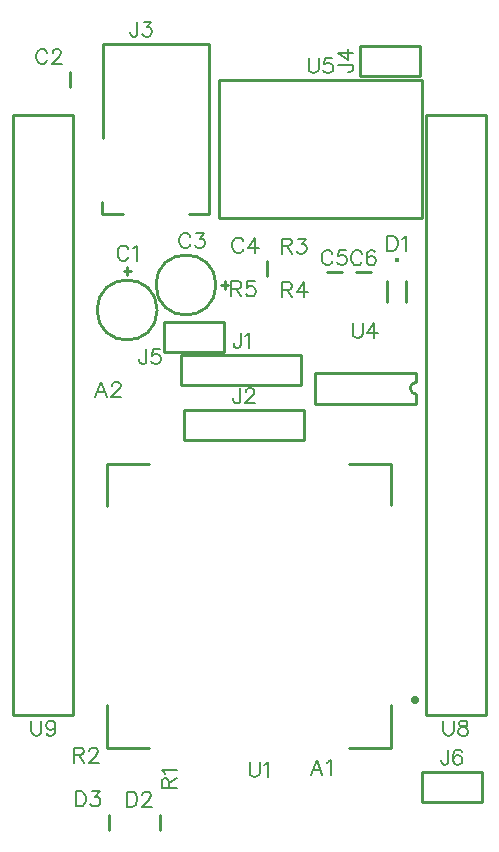
<source format=gbr>
G04 DipTrace 3.0.0.1*
G04 TopSilk.gbr*
%MOIN*%
G04 #@! TF.FileFunction,Legend,Top*
G04 #@! TF.Part,Single*
%ADD10C,0.009843*%
%ADD35C,0.015749*%
%ADD45O,0.027954X0.029027*%
%ADD108C,0.00772*%
%FSLAX26Y26*%
G04*
G70*
G90*
G75*
G01*
G04 TopSilk*
%LPD*%
X774794Y2277125D2*
D10*
X798434D1*
X786614Y2288944D2*
Y2265331D1*
X686614Y2147215D2*
G02X686614Y2147215I100000J0D01*
G01*
X597659Y2940138D2*
Y2888996D1*
X1112558Y2242529D2*
Y2218889D1*
X1124377Y2230709D2*
X1100764D1*
X882683D2*
G02X882683Y2230709I99965J0D01*
G01*
X1252383Y2311004D2*
Y2259862D1*
X1451988Y2274037D2*
X1503130D1*
X1549232Y2273249D2*
X1600374D1*
X1716538Y2244496D2*
Y2173617D1*
X1653543Y2244496D2*
Y2173617D1*
D35*
X1685041Y2313387D3*
X896081Y464272D2*
D10*
Y413130D1*
X725215Y465453D2*
Y414311D1*
X967323Y1997638D2*
Y1897638D1*
X1367323Y1997638D2*
X967323D1*
X1367323Y1897638D2*
X967323D1*
X1367323Y1997638D2*
Y1897638D1*
X976378Y1812992D2*
Y1712992D1*
X1376378Y1812992D2*
X976378D1*
X1376378Y1712992D2*
X976378D1*
X1376378Y1812992D2*
Y1712992D1*
X1059055Y3035433D2*
X704691D1*
Y2720490D1*
X702753Y2507849D2*
X702798Y2468497D1*
X771633D1*
X992113D2*
X1059055D1*
Y3035433D1*
X1763701Y2928701D2*
Y3028701D1*
X1563701Y2928701D2*
X1763701D1*
X1563701D2*
Y3028701D1*
X1763701D1*
X1108701Y2008701D2*
Y2108701D1*
X908701Y2008701D2*
X1108701D1*
X908701D2*
Y2108701D1*
X1108701D1*
X1968701Y508701D2*
Y608701D1*
X1768701Y508701D2*
X1968701D1*
X1768701D2*
Y608701D1*
X1968701D1*
X1666699Y829817D2*
Y688816D1*
X1525650D1*
D45*
X1744692Y847354D3*
X860628Y688816D2*
D10*
X720646D1*
Y829817D1*
Y828809D1*
X1666699Y1495820D2*
Y1634806D1*
X1525650D1*
X859668D2*
X720646D1*
Y1493805D1*
X1750005Y1937409D2*
X1411412D1*
X1750005Y1835032D2*
X1411412D1*
Y1937409D2*
Y1835032D1*
X1750005Y1937409D2*
Y1905915D1*
Y1866526D2*
Y1835032D1*
Y1905915D2*
G03X1750005Y1866526I-12J-19694D01*
G01*
X1770866Y2914173D2*
X1094094D1*
Y2452362D1*
X1770866D1*
Y2914173D1*
X1782283Y795669D2*
X1982283D1*
X1782283Y2795669D2*
X1982283D1*
Y795669D1*
X1782283Y2795669D2*
Y795669D1*
X407480D2*
X607480D1*
X407480Y2795669D2*
X607480D1*
Y795669D1*
X407480Y2795669D2*
Y795669D1*
X1437324Y597747D2*
D108*
X1418146Y647987D1*
X1399023Y597747D1*
X1406208Y614494D2*
X1430139D1*
X1452764Y638370D2*
X1457572Y640802D1*
X1464757Y647932D1*
Y597747D1*
X718307Y1857235D2*
X699128Y1907475D1*
X680005Y1857235D1*
X687190Y1873982D2*
X711122D1*
X736178Y1895482D2*
Y1897858D1*
X738554Y1902667D1*
X740931Y1905043D1*
X745739Y1907420D1*
X755301D1*
X760054Y1905043D1*
X762431Y1902667D1*
X764863Y1897858D1*
Y1893105D1*
X762431Y1888297D1*
X757678Y1881167D1*
X733746Y1857235D1*
X767239D1*
X790833Y2350229D2*
X788456Y2354982D1*
X783648Y2359791D1*
X778895Y2362167D1*
X769333D1*
X764524Y2359791D1*
X759771Y2354982D1*
X757339Y2350229D1*
X754963Y2343044D1*
Y2331051D1*
X757339Y2323921D1*
X759771Y2319112D1*
X764524Y2314359D1*
X769333Y2311927D1*
X778895D1*
X783648Y2314359D1*
X788456Y2319112D1*
X790833Y2323921D1*
X806272Y2352550D2*
X811080Y2354982D1*
X818266Y2362112D1*
Y2311927D1*
X520251Y3005379D2*
X517874Y3010133D1*
X513066Y3014941D1*
X508313Y3017318D1*
X498751D1*
X493943Y3014941D1*
X489189Y3010133D1*
X486757Y3005379D1*
X484381Y2998194D1*
Y2986201D1*
X486757Y2979071D1*
X489189Y2974263D1*
X493943Y2969509D1*
X498751Y2967078D1*
X508313D1*
X513066Y2969509D1*
X517874Y2974263D1*
X520251Y2979071D1*
X538122Y3005324D2*
Y3007701D1*
X540499Y3012509D1*
X542875Y3014886D1*
X547684Y3017262D1*
X557245D1*
X561998Y3014886D1*
X564375Y3012509D1*
X566807Y3007701D1*
Y3002947D1*
X564375Y2998139D1*
X559622Y2991009D1*
X535690Y2967078D1*
X569183D1*
X996999Y2391994D2*
X994622Y2396747D1*
X989814Y2401555D1*
X985061Y2403932D1*
X975499D1*
X970691Y2401555D1*
X965937Y2396747D1*
X963506Y2391994D1*
X961129Y2384808D1*
Y2372815D1*
X963506Y2365685D1*
X965937Y2360877D1*
X970691Y2356124D1*
X975499Y2353692D1*
X985061D1*
X989814Y2356124D1*
X994622Y2360877D1*
X996999Y2365685D1*
X1017247Y2403876D2*
X1043500D1*
X1029185Y2384753D1*
X1036370D1*
X1041123Y2382377D1*
X1043500Y2380000D1*
X1045931Y2372815D1*
Y2368062D1*
X1043500Y2360877D1*
X1038746Y2356068D1*
X1031561Y2353692D1*
X1024376D1*
X1017247Y2356068D1*
X1014870Y2358500D1*
X1012438Y2363253D1*
X1173787Y2376245D2*
X1171410Y2380999D1*
X1166602Y2385807D1*
X1161849Y2388184D1*
X1152287D1*
X1147479Y2385807D1*
X1142725Y2380999D1*
X1140294Y2376245D1*
X1137917Y2369060D1*
Y2357067D1*
X1140294Y2349937D1*
X1142725Y2345129D1*
X1147479Y2340376D1*
X1152287Y2337944D1*
X1161849D1*
X1166602Y2340376D1*
X1171410Y2345129D1*
X1173787Y2349937D1*
X1213158Y2337944D2*
Y2388128D1*
X1189226Y2354690D1*
X1225096D1*
X1471028Y2335322D2*
X1468651Y2340075D1*
X1463843Y2344883D1*
X1459090Y2347260D1*
X1449528D1*
X1444719Y2344883D1*
X1439966Y2340075D1*
X1437534Y2335322D1*
X1435158Y2328137D1*
Y2316143D1*
X1437534Y2309013D1*
X1439966Y2304205D1*
X1444719Y2299452D1*
X1449528Y2297020D1*
X1459090D1*
X1463843Y2299452D1*
X1468651Y2304205D1*
X1471028Y2309013D1*
X1515152Y2347205D2*
X1491275D1*
X1488899Y2325705D1*
X1491275Y2328081D1*
X1498460Y2330513D1*
X1505590D1*
X1512775Y2328081D1*
X1517584Y2323328D1*
X1519960Y2316143D1*
Y2311390D1*
X1517584Y2304205D1*
X1512775Y2299396D1*
X1505590Y2297020D1*
X1498460D1*
X1491275Y2299396D1*
X1488899Y2301828D1*
X1486467Y2306581D1*
X1569488Y2334534D2*
X1567111Y2339287D1*
X1562303Y2344096D1*
X1557550Y2346472D1*
X1547988D1*
X1543179Y2344096D1*
X1538426Y2339287D1*
X1535994Y2334534D1*
X1533618Y2327349D1*
Y2315356D1*
X1535994Y2308226D1*
X1538426Y2303417D1*
X1543179Y2298664D1*
X1547988Y2296232D1*
X1557550D1*
X1562303Y2298664D1*
X1567111Y2303417D1*
X1569488Y2308226D1*
X1613612Y2339287D2*
X1611235Y2344041D1*
X1604050Y2346417D1*
X1599297D1*
X1592112Y2344041D1*
X1587304Y2336856D1*
X1584927Y2324917D1*
Y2312979D1*
X1587304Y2303417D1*
X1592112Y2298609D1*
X1599297Y2296232D1*
X1601674D1*
X1608803Y2298609D1*
X1613612Y2303417D1*
X1615988Y2310602D1*
Y2312979D1*
X1613612Y2320164D1*
X1608803Y2324917D1*
X1601674Y2327294D1*
X1599297D1*
X1592112Y2324917D1*
X1587304Y2320164D1*
X1584927Y2312979D1*
X1654578Y2394483D2*
Y2344243D1*
X1671324D1*
X1678509Y2346675D1*
X1683318Y2351428D1*
X1685694Y2356236D1*
X1688071Y2363366D1*
Y2375360D1*
X1685694Y2382545D1*
X1683318Y2387298D1*
X1678509Y2392106D1*
X1671324Y2394483D1*
X1654578D1*
X1703510Y2384866D2*
X1708319Y2387298D1*
X1715504Y2394428D1*
Y2344243D1*
X785981Y541451D2*
Y491211D1*
X802728D1*
X809913Y493643D1*
X814721Y498396D1*
X817098Y503205D1*
X819475Y510335D1*
Y522328D1*
X817098Y529513D1*
X814721Y534266D1*
X809913Y539075D1*
X802728Y541451D1*
X785981D1*
X837346Y529458D2*
Y531835D1*
X839722Y536643D1*
X842099Y539020D1*
X846907Y541396D1*
X856469D1*
X861222Y539020D1*
X863599Y536643D1*
X866031Y531835D1*
Y527081D1*
X863599Y522273D1*
X858846Y515143D1*
X834914Y491211D1*
X868407D1*
X615115Y542633D2*
Y492393D1*
X631862D1*
X639047Y494824D1*
X643855Y499578D1*
X646232Y504386D1*
X648608Y511516D1*
Y523509D1*
X646232Y530694D1*
X643855Y535447D1*
X639047Y540256D1*
X631862Y542633D1*
X615115D1*
X668856Y542577D2*
X695109D1*
X680794Y523454D1*
X687979D1*
X692733Y521077D1*
X695109Y518701D1*
X697541Y511516D1*
Y506763D1*
X695109Y499578D1*
X690356Y494769D1*
X683171Y492393D1*
X675986D1*
X668856Y494769D1*
X666480Y497201D1*
X664048Y501954D1*
X1165572Y2070861D2*
Y2032614D1*
X1163196Y2025429D1*
X1160764Y2023053D1*
X1156011Y2020621D1*
X1151202D1*
X1146449Y2023053D1*
X1144072Y2025429D1*
X1141641Y2032614D1*
Y2037368D1*
X1181012Y2061244D2*
X1185820Y2063676D1*
X1193005Y2070806D1*
Y2020621D1*
X1163878Y1886215D2*
Y1847969D1*
X1161501Y1840784D1*
X1159069Y1838407D1*
X1154316Y1835975D1*
X1149507D1*
X1144754Y1838407D1*
X1142378Y1840784D1*
X1139946Y1847969D1*
Y1852722D1*
X1181749Y1874222D2*
Y1876598D1*
X1184125Y1881407D1*
X1186502Y1883783D1*
X1191310Y1886160D1*
X1200872D1*
X1205625Y1883783D1*
X1208002Y1881407D1*
X1210434Y1876598D1*
Y1871845D1*
X1208002Y1867037D1*
X1203248Y1859907D1*
X1179317Y1835975D1*
X1212810D1*
X821161Y3108656D2*
Y3070410D1*
X818784Y3063225D1*
X816353Y3060848D1*
X811599Y3058416D1*
X806791D1*
X802038Y3060848D1*
X799661Y3063225D1*
X797229Y3070410D1*
Y3075163D1*
X841409Y3108601D2*
X867662D1*
X853347Y3089478D1*
X860532D1*
X865285Y3087101D1*
X867662Y3084724D1*
X870094Y3077539D1*
Y3072786D1*
X867662Y3065601D1*
X862909Y3060793D1*
X855723Y3058416D1*
X848538D1*
X841409Y3060793D1*
X839032Y3063225D1*
X836600Y3067978D1*
X1490478Y2965012D2*
X1528724D1*
X1535909Y2962636D1*
X1538286Y2960204D1*
X1540718Y2955451D1*
Y2950642D1*
X1538286Y2945889D1*
X1535909Y2943512D1*
X1528724Y2941080D1*
X1523971D1*
X1540718Y3004383D2*
X1490533D1*
X1523971Y2980451D1*
Y3016321D1*
X851200Y2016924D2*
Y1978677D1*
X848824Y1971492D1*
X846392Y1969116D1*
X841639Y1966684D1*
X836830D1*
X832077Y1969116D1*
X829701Y1971492D1*
X827269Y1978677D1*
Y1983431D1*
X895324Y2016869D2*
X871448D1*
X869071Y1995369D1*
X871448Y1997745D1*
X878633Y2000177D1*
X885763D1*
X892948Y1997745D1*
X897756Y1992992D1*
X900133Y1985807D1*
Y1981054D1*
X897756Y1973869D1*
X892948Y1969060D1*
X885763Y1966684D1*
X878633D1*
X871448Y1969060D1*
X869071Y1971492D1*
X866640Y1976245D1*
X1857416Y681924D2*
Y643677D1*
X1855040Y636492D1*
X1852608Y634116D1*
X1847855Y631684D1*
X1843046D1*
X1838293Y634116D1*
X1835916Y636492D1*
X1833485Y643677D1*
Y648431D1*
X1901540Y674739D2*
X1899164Y679492D1*
X1891979Y681869D1*
X1887226D1*
X1880041Y679492D1*
X1875232Y672307D1*
X1872856Y660369D1*
Y648431D1*
X1875232Y638869D1*
X1880041Y634060D1*
X1887226Y631684D1*
X1889602D1*
X1896732Y634060D1*
X1901540Y638869D1*
X1903917Y646054D1*
Y648431D1*
X1901540Y655616D1*
X1896732Y660369D1*
X1889602Y662745D1*
X1887226D1*
X1880041Y660369D1*
X1875232Y655616D1*
X1872856Y648431D1*
X925969Y553120D2*
Y574620D1*
X923537Y581805D1*
X921161Y584236D1*
X916408Y586613D1*
X911599D1*
X906846Y584236D1*
X904414Y581805D1*
X902037Y574620D1*
Y553120D1*
X952277D1*
X925969Y569866D2*
X952277Y586613D1*
X911654Y602052D2*
X909223Y606861D1*
X902093Y614046D1*
X952277D1*
X609614Y664370D2*
X631114D1*
X638299Y666802D1*
X640731Y669179D1*
X643107Y673932D1*
Y678740D1*
X640731Y683493D1*
X638299Y685925D1*
X631114Y688302D1*
X609614D1*
Y638062D1*
X626360Y664370D2*
X643107Y638062D1*
X660978Y676308D2*
Y678685D1*
X663355Y683493D1*
X665731Y685870D1*
X670540Y688247D1*
X680102D1*
X684855Y685870D1*
X687231Y683493D1*
X689663Y678685D1*
Y673932D1*
X687231Y669123D1*
X682478Y661994D1*
X658546Y638062D1*
X692040D1*
X1302488Y2361496D2*
X1323988D1*
X1331173Y2363928D1*
X1333605Y2366305D1*
X1335981Y2371058D1*
Y2375866D1*
X1333605Y2380619D1*
X1331173Y2383051D1*
X1323988Y2385428D1*
X1302488D1*
Y2335188D1*
X1319234Y2361496D2*
X1335981Y2335188D1*
X1356229Y2385373D2*
X1382482D1*
X1368167Y2366249D1*
X1375352D1*
X1380105Y2363873D1*
X1382482Y2361496D1*
X1384914Y2354311D1*
Y2349558D1*
X1382482Y2342373D1*
X1377729Y2337564D1*
X1370544Y2335188D1*
X1363359D1*
X1356229Y2337564D1*
X1353852Y2339996D1*
X1351420Y2344749D1*
X1303268Y2215433D2*
X1324768D1*
X1331953Y2217865D1*
X1334385Y2220242D1*
X1336761Y2224995D1*
Y2229803D1*
X1334385Y2234556D1*
X1331953Y2236988D1*
X1324768Y2239365D1*
X1303268D1*
Y2189125D1*
X1320015Y2215433D2*
X1336761Y2189125D1*
X1376132D2*
Y2239310D1*
X1352201Y2205871D1*
X1388071D1*
X1133984Y2218583D2*
X1155484D1*
X1162669Y2221015D1*
X1165101Y2223391D1*
X1167477Y2228144D1*
Y2232953D1*
X1165101Y2237706D1*
X1162669Y2240138D1*
X1155484Y2242514D1*
X1133984D1*
Y2192274D1*
X1150731Y2218583D2*
X1167477Y2192274D1*
X1211601Y2242459D2*
X1187725D1*
X1185348Y2220959D1*
X1187725Y2223336D1*
X1194910Y2225768D1*
X1202040D1*
X1209225Y2223336D1*
X1214033Y2218583D1*
X1216410Y2211398D1*
Y2206644D1*
X1214033Y2199459D1*
X1209225Y2194651D1*
X1202040Y2192274D1*
X1194910D1*
X1187725Y2194651D1*
X1185348Y2197083D1*
X1182916Y2201836D1*
X1194738Y640915D2*
Y605045D1*
X1197114Y597860D1*
X1201923Y593107D1*
X1209108Y590675D1*
X1213861D1*
X1221046Y593107D1*
X1225854Y597860D1*
X1228231Y605045D1*
Y640915D1*
X1243670Y631298D2*
X1248479Y633730D1*
X1255664Y640860D1*
Y590675D1*
X1538307Y2105113D2*
Y2069243D1*
X1540684Y2062058D1*
X1545492Y2057305D1*
X1552677Y2054873D1*
X1557431D1*
X1564616Y2057305D1*
X1569424Y2062058D1*
X1571801Y2069243D1*
Y2105113D1*
X1611172Y2054873D2*
Y2105058D1*
X1587240Y2071620D1*
X1623110D1*
X1391267Y2987396D2*
Y2951526D1*
X1393644Y2944341D1*
X1398452Y2939588D1*
X1405637Y2937156D1*
X1410391D1*
X1417576Y2939588D1*
X1422384Y2944341D1*
X1424761Y2951526D1*
Y2987396D1*
X1468885Y2987341D2*
X1445008D1*
X1442632Y2965841D1*
X1445008Y2968218D1*
X1452193Y2970650D1*
X1459323D1*
X1466508Y2968218D1*
X1471317Y2963465D1*
X1473693Y2956280D1*
Y2951526D1*
X1471317Y2944341D1*
X1466508Y2939533D1*
X1459323Y2937156D1*
X1452193D1*
X1445008Y2939533D1*
X1442632Y2941965D1*
X1440200Y2946718D1*
X1841098Y778711D2*
Y742841D1*
X1843475Y735656D1*
X1848283Y730902D1*
X1855468Y728471D1*
X1860221D1*
X1867406Y730902D1*
X1872215Y735656D1*
X1874591Y742841D1*
Y778711D1*
X1901969Y778655D2*
X1894839Y776279D1*
X1892407Y771526D1*
Y766717D1*
X1894839Y761964D1*
X1899592Y759532D1*
X1909154Y757155D1*
X1916339Y754779D1*
X1921092Y749970D1*
X1923469Y745217D1*
Y738032D1*
X1921092Y733279D1*
X1918716Y730847D1*
X1911531Y728471D1*
X1901969D1*
X1894839Y730847D1*
X1892407Y733279D1*
X1890031Y738032D1*
Y745217D1*
X1892407Y749970D1*
X1897216Y754779D1*
X1904346Y757155D1*
X1913907Y759532D1*
X1918716Y761964D1*
X1921092Y766717D1*
Y771526D1*
X1918716Y776279D1*
X1911531Y778655D1*
X1901969D1*
X467456Y778711D2*
Y742841D1*
X469832Y735656D1*
X474641Y730902D1*
X481826Y728471D1*
X486579D1*
X493764Y730902D1*
X498572Y735656D1*
X500949Y742841D1*
Y778711D1*
X547505Y761964D2*
X545073Y754779D1*
X540320Y749970D1*
X533135Y747594D1*
X530758D1*
X523573Y749970D1*
X518820Y754779D1*
X516388Y761964D1*
Y764341D1*
X518820Y771526D1*
X523573Y776279D1*
X530758Y778655D1*
X533135D1*
X540320Y776279D1*
X545073Y771526D1*
X547505Y761964D1*
Y749970D1*
X545073Y738032D1*
X540320Y730847D1*
X533135Y728471D1*
X528382D1*
X521197Y730847D1*
X518820Y735656D1*
M02*

</source>
